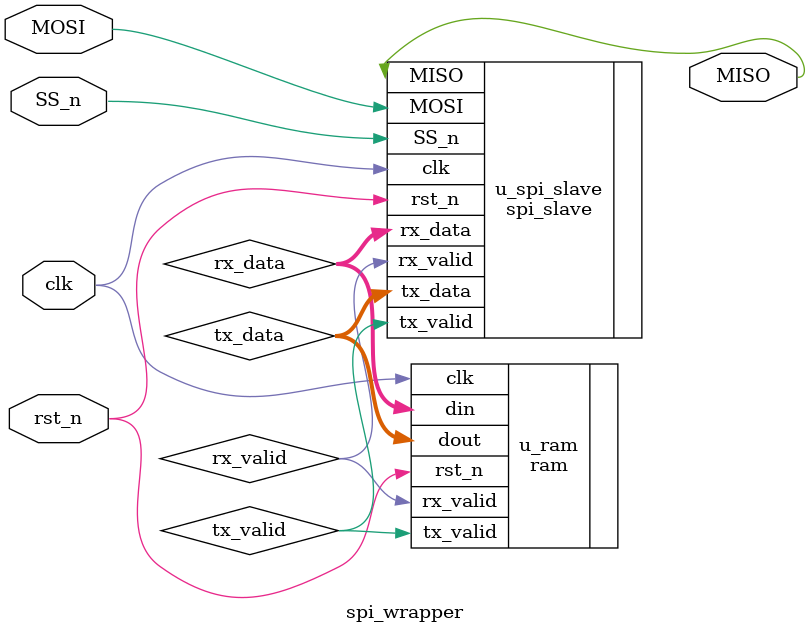
<source format=v>
module spi_wrapper (
    input clk,
    input rst_n,
    input MOSI,
    output MISO,
    input SS_n
);

    wire [9:0] rx_data;
    wire rx_valid;
    wire [7:0] tx_data;
    wire tx_valid;

    // Instantiate RAM
    ram #(
        .MEM_DEPTH(256),
        .ADDR_SIZE(8)
    ) u_ram (
        .din(rx_data),
        .clk(clk),
        .rst_n(rst_n),
        .rx_valid(rx_valid),
        .dout(tx_data),
        .tx_valid(tx_valid)
    );

    // Instantiate SPI Slave
    spi_slave u_spi_slave (
        .clk(clk),
        .rst_n(rst_n),
        .MOSI(MOSI),
        .MISO(MISO),
        .SS_n(SS_n),
        .rx_data(rx_data),
        .rx_valid(rx_valid),
        .tx_data(tx_data),
        .tx_valid(tx_valid)
    );

endmodule

</source>
